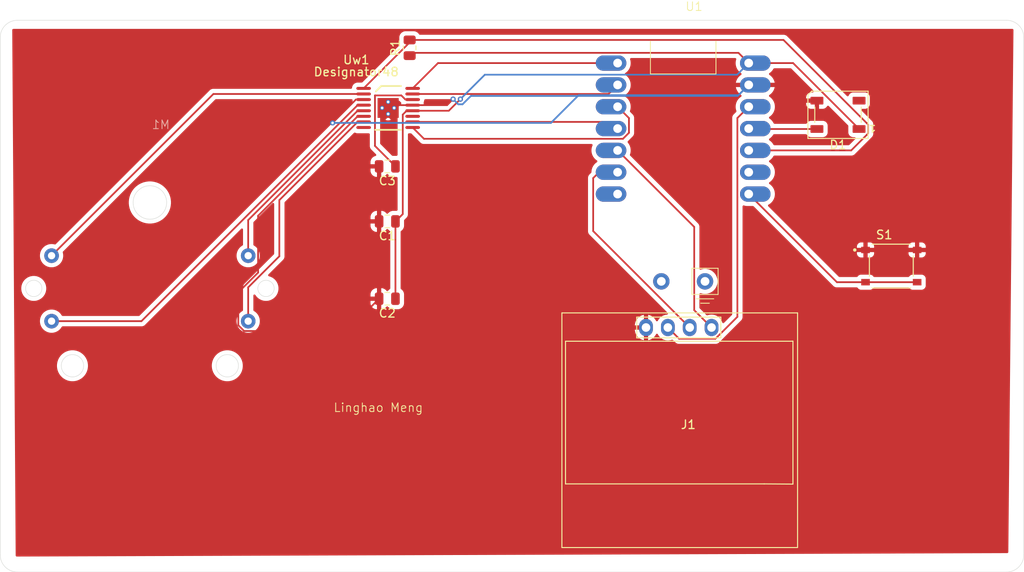
<source format=kicad_pcb>
(kicad_pcb (version 20241229) (generator "pcbnew") (generator_version "9.0")
  (layers (0 "F.Cu" signal) (2 "B.Cu" signal) (13 "F.Paste" user) (15 "B.Paste" user) (5 "F.SilkS" user "F.Silkscreen") (7 "B.SilkS" user "B.Silkscreen") (1 "F.Mask" user) (3 "B.Mask" user) (25 "Edge.Cuts" user))
  (net 0 "")
  (net 1 "/GND")
  (net 2 "/5V")
  (net 3 "Net-(Uw1-VINT)")
  (net 5 "Net-(D1-DIN)")
  (net 6 "Net-(J1-SCL)")
  (net 7 "Net-(J1-SDA)")
  (net 8 "/3V3")
  (net 9 "Net-(M1-Pin_2)")
  (net 10 "Net-(M1-Pin_4)")
  (net 11 "Net-(M1-Pin_3)")
  (net 12 "Net-(M1-Pin_1)")
  (net 13 "Net-(U1-GPIO8_A9_D9_CIPO)")
  (net 15 "Net-(U1-GPIO2_A1_D1)")
  (net 18 "Net-(U1-GPIO4_A3_D3)")
  (net 19 "Net-(U1-GPIO44_D7_RX)")
  (net 20 "Net-(U1-GPIO1_A0_D0)")
  (net 22 "Net-(U1-GPIO3_A2_D2)")
  (footprint "ssd1306:128x64OLED" (layer "F.Cu") (at 165.5 117.75)
    (property "Reference" "J1" (at 1.3 0.7 0) (layer "F.SilkS"))
    (property "Value" "SSD1306")
    (fp_line (start -13.4 -12.3) (end 14 -12.3) (stroke (width 0.12)) (layer "F.SilkS"))
    (fp_line (start -13.4 15) (end -13.4 -12.3) (stroke (width 0.12)) (layer "F.SilkS"))
    (fp_line (start -12.978 -9.005) (end 10.122 -9.005) (stroke (width 0.12)) (layer "F.SilkS"))
    (fp_line (start -12.978 7.595) (end -12.978 -9.005) (stroke (width 0.12)) (layer "F.SilkS"))
    (fp_line (start -4.699 -11.811) (end -4.699 -9.398) (stroke (width 0.12)) (layer "F.SilkS"))
    (fp_line (start -4.699 -11.811) (end 5.08 -11.811) (stroke (width 0.12)) (layer "F.SilkS"))
    (fp_line (start 5.08 -11.811) (end 5.08 -9.398) (stroke (width 0.12)) (layer "F.SilkS"))
    (fp_line (start 5.08 -9.398) (end -4.699 -9.398) (stroke (width 0.12)) (layer "F.SilkS"))
    (fp_line (start 10.122 -9.005) (end 13.208 -9.005) (stroke (width 0.12)) (layer "F.SilkS"))
    (fp_line (start 10.122 7.595) (end -12.978 7.595) (stroke (width 0.12)) (layer "F.SilkS"))
    (fp_line (start 10.122 7.595) (end 13.462 7.62) (stroke (width 0.12)) (layer "F.SilkS"))
    (fp_line (start 13.462 -9.017) (end 13.208 -9.005) (stroke (width 0.12)) (layer "F.SilkS"))
    (fp_line (start 13.462 7.62) (end 13.462 -9.017) (stroke (width 0.12)) (layer "F.SilkS"))
    (fp_line (start 14 -12.3) (end 14 15) (stroke (width 0.12)) (layer "F.SilkS"))
    (fp_line (start 14 15) (end -13.4 15) (stroke (width 0.12)) (layer "F.SilkS"))
    (pad "1" thru_hole oval (at -3.62 -10.6 90) (size 2 1.6) (drill 1) (layers "*.Cu" "*.Mask") (net 1 "/GND"))
    (pad "2" thru_hole oval (at -1.08 -10.6 90) (size 2 1.6) (drill 1) (layers "*.Cu" "*.Mask") (net 8 "/3V3"))
    (pad "3" thru_hole oval (at 1.46 -10.6 90) (size 2 1.6) (drill 1) (layers "*.Cu" "*.Mask") (net 6 "Net-(J1-SCL)"))
    (pad "4" thru_hole oval (at 4 -10.6 90) (size 2 1.6) (drill 1) (layers "*.Cu" "*.Mask") (net 7 "Net-(J1-SDA)"))
  )
  (footprint "DRV8833:PWP0016K_N" (layer "F.Cu") (at 131.899999 81.6)
    (property "Reference" "Uw1" (at -3.699999 -5.6 0) (layer "F.SilkS"))
    (property "Value" "DRV8833CPWPR")
    (fp_line (start -1.5 2.55) (end 1.5 2.55) (stroke (width 0.2)) (layer "F.SilkS"))
    (fp_line (start -1.425001 -1.925) (end -0.800001 -2.55) (stroke (width 0.2)) (layer "F.SilkS"))
    (fp_line (start -0.800001 -2.55) (end 1.5 -2.55) (stroke (width 0.2)) (layer "F.SilkS"))
    (fp_text user "Designator48" (at -3.7084 -4.191 0) (layer "F.SilkS"))
    (pad "1" smd oval (at -2.849997 -2.275002 90) (size 0.349999 1.699999) (layers "F.Cu" "F.Mask" "F.Paste") (net 13 "Net-(U1-GPIO8_A9_D9_CIPO)"))
    (pad "2" smd oval (at -2.849997 -1.625001 90) (size 0.349999 1.699999) (layers "F.Cu" "F.Mask" "F.Paste") (net 12 "Net-(M1-Pin_1)"))
    (pad "3" smd oval (at -2.849997 -0.975002 90) (size 0.349999 1.699999) (layers "F.Cu" "F.Mask" "F.Paste") (net 1 "/GND"))
    (pad "4" smd oval (at -2.849997 -0.325001 90) (size 0.349999 1.699999) (layers "F.Cu" "F.Mask" "F.Paste") (net 9 "Net-(M1-Pin_2)"))
    (pad "5" smd oval (at -2.849997 0.324998 90) (size 0.349999 1.699999) (layers "F.Cu" "F.Mask" "F.Paste") (net 11 "Net-(M1-Pin_3)"))
    (pad "6" smd oval (at -2.849997 0.974999 90) (size 0.349999 1.699999) (layers "F.Cu" "F.Mask" "F.Paste") (net 1 "/GND"))
    (pad "7" smd oval (at -2.849997 1.624998 90) (size 0.349999 1.699999) (layers "F.Cu" "F.Mask" "F.Paste") (net 10 "Net-(M1-Pin_4)"))
    (pad "8" smd oval (at -2.849997 2.274999 90) (size 0.349999 1.699999) (layers "F.Cu" "F.Mask" "F.Paste"))
    (pad "9" smd oval (at 2.850002 2.274999 90) (size 0.349999 1.699999) (layers "F.Cu" "F.Mask" "F.Paste") (net 22 "Net-(U1-GPIO3_A2_D2)"))
    (pad "10" smd oval (at 2.850002 1.624998 90) (size 0.349999 1.699999) (layers "F.Cu" "F.Mask" "F.Paste") (net 18 "Net-(U1-GPIO4_A3_D3)"))
    (pad "11" smd oval (at 2.850002 0.974999 90) (size 0.349999 1.699999) (layers "F.Cu" "F.Mask" "F.Paste"))
    (pad "12" smd oval (at 2.850002 0.324998 90) (size 0.349999 1.699999) (layers "F.Cu" "F.Mask" "F.Paste") (net 2 "/5V"))
    (pad "13" smd oval (at 2.850002 -0.325001 90) (size 0.349999 1.699999) (layers "F.Cu" "F.Mask" "F.Paste") (net 1 "/GND"))
    (pad "14" smd oval (at 2.850002 -0.975002 90) (size 0.349999 1.699999) (layers "F.Cu" "F.Mask" "F.Paste") (net 3 "Net-(Uw1-VINT)"))
    (pad "15" smd oval (at 2.850002 -1.625001 90) (size 0.349999 1.699999) (layers "F.Cu" "F.Mask" "F.Paste") (net 15 "Net-(U1-GPIO2_A1_D1)"))
    (pad "16" smd oval (at 2.850002 -2.275002 90) (size 0.349999 1.699999) (layers "F.Cu" "F.Mask" "F.Paste") (net 20 "Net-(U1-GPIO1_A0_D0)"))
    (pad "17" thru_hole circle (at -0.700001 0) (size 0.499999 0.499999) (drill 0.3) (layers "*.Cu" "*.Mask") (net 1 "/GND"))
    (pad "17" thru_hole circle (at 0 -0.700001) (size 0.499999 0.499999) (drill 0.3) (layers "*.Cu" "*.Mask") (net 1 "/GND"))
    (pad "17" smd rect (at 0 0) (size 2.46 2.31) (layers "F.Cu" "F.Mask" "F.Paste") (net 1 "/GND"))
    (pad "17" thru_hole circle (at 0 0.700001) (size 0.499999 0.499999) (drill 0.3) (layers "*.Cu" "*.Mask") (net 1 "/GND"))
    (pad "17" thru_hole circle (at 0.700001 0) (size 0.499999 0.499999) (drill 0.3) (layers "*.Cu" "*.Mask") (net 1 "/GND"))
  )
  (footprint "Capacitor_SMD:C_0805_2012Metric" (layer "F.Cu") (at 131.8 88.4 180)
    (property "Reference" "C3" (at 0 -1.68 0) (layer "F.SilkS"))
    (property "Value" "2.2uF")
    (fp_line (start -0.261252 0.735) (end 0.261252 0.735) (stroke (width 0.12)) (layer "F.SilkS"))
    (fp_line (start -0.261252 -0.735) (end 0.261252 -0.735) (stroke (width 0.12)) (layer "F.SilkS"))
    (pad "1" smd roundrect (at -0.95 0 180) (size 1 1.45) (layers "F.Cu" "F.Mask" "F.Paste") (net 3 "Net-(Uw1-VINT)"))
    (pad "2" smd roundrect (at 0.95 0 180) (size 1 1.45) (layers "F.Cu" "F.Mask" "F.Paste") (net 1 "/GND"))
  )
  (footprint "LED_SMD:LED_WS2812B_PLCC4_5.0x5.0mm_P3.2mm" (layer "F.Cu") (at 184.2 82.4 180)
    (property "Reference" "D1" (at 0 -3.5 0) (layer "F.SilkS"))
    (property "Value" "WS2812B")
    (fp_line (start 3.5 2.3) (end 3.5 -2.75) (stroke (width 0.12)) (layer "F.SilkS"))
    (fp_line (start 3.05 2.75) (end 3.5 2.3) (stroke (width 0.12)) (layer "F.SilkS"))
    (fp_line (start 2.7 0.9) (end 2.7 -0.9) (stroke (width 0.12)) (layer "F.SilkS"))
    (fp_line (start -2.7 0.9) (end -2.7 -0.9) (stroke (width 0.12)) (layer "F.SilkS"))
    (fp_line (start -3.5 2.75) (end 3.05 2.75) (stroke (width 0.12)) (layer "F.SilkS"))
    (fp_line (start -3.5 -2.75) (end 3.5 -2.75) (stroke (width 0.12)) (layer "F.SilkS"))
    (fp_line (start -3.5 -2.75) (end -3.5 2.75) (stroke (width 0.12)) (layer "F.SilkS"))
    (fp_text user "1" (at -4 -1.6 180) (layer "F.SilkS") (effects (font (size 0.8 0.8))))
    (pad "1" smd roundrect (at -2.45 -1.65 180) (size 1.5 0.9) (layers "F.Cu" "F.Mask" "F.Paste") (roundrect_rratio 0.1) (net 2 "/5V"))
    (pad "2" smd roundrect (at -2.45 1.65 180) (size 1.5 0.9) (layers "F.Cu" "F.Mask" "F.Paste") (roundrect_rratio 0.1))
    (pad "3" smd roundrect (at 2.45 1.65 180) (size 1.5 0.9) (layers "F.Cu" "F.Mask" "F.Paste") (roundrect_rratio 0.1) (net 1 "/GND"))
    (pad "4" smd roundrect (at 2.45 -1.65 180) (size 1.5 0.9) (layers "F.Cu" "F.Mask" "F.Paste") (roundrect_rratio 0.1) (net 5 "Net-(D1-DIN)"))
  )
  (footprint "Resistor_SMD:R_0805_2012Metric" (layer "F.Cu") (at 134.4 74.6 90)
    (property "Reference" "R1" (at 0 -1.65 90) (layer "F.SilkS"))
    (property "Value" "47kΩ")
    (fp_line (start -0.227064 -0.735) (end 0.227064 -0.735) (stroke (width 0.12)) (layer "F.SilkS"))
    (fp_line (start -0.227064 0.735) (end 0.227064 0.735) (stroke (width 0.12)) (layer "F.SilkS"))
    (pad "1" smd roundrect (at -0.9125 0 90) (size 1.025 1.4) (layers "F.Cu" "F.Mask" "F.Paste") (roundrect_rratio 0.243902) (net 2 "/5V"))
    (pad "2" smd roundrect (at 0.9125 0 90) (size 1.025 1.4) (layers "F.Cu" "F.Mask" "F.Paste") (roundrect_rratio 0.243902) (net 13 "Net-(U1-GPIO8_A9_D9_CIPO)"))
  )
  (footprint "Capacitor_SMD:C_0805_2012Metric" (layer "F.Cu") (at 131.8 103.8 180)
    (property "Reference" "C2" (at 0 -1.68 0) (layer "F.SilkS"))
    (property "Value" "10uF")
    (fp_line (start -0.261252 0.735) (end 0.261252 0.735) (stroke (width 0.12)) (layer "F.SilkS"))
    (fp_line (start -0.261252 -0.735) (end 0.261252 -0.735) (stroke (width 0.12)) (layer "F.SilkS"))
    (pad "1" smd roundrect (at -0.95 0 180) (size 1 1.45) (layers "F.Cu" "F.Mask" "F.Paste") (net 2 "/5V"))
    (pad "2" smd roundrect (at 0.95 0 180) (size 1 1.45) (layers "F.Cu" "F.Mask" "F.Paste") (net 1 "/GND"))
  )
  (footprint "TS1187A:SW_TS-1187A-B-A-B" (layer "F.Cu") (at 190.4 100)
    (property "Reference" "S1" (at -0.825 -3.635 0) (layer "F.SilkS"))
    (property "Value" "TS-1187A-B-A-B")
    (fp_line (start -2.55 -1.18) (end -2.55 1.18) (stroke (width 0.127)) (layer "F.SilkS"))
    (fp_line (start 2.25 -2.55) (end -2.25 -2.55) (stroke (width 0.127)) (layer "F.SilkS"))
    (fp_line (start 2.25 2.55) (end -2.25 2.55) (stroke (width 0.127)) (layer "F.SilkS"))
    (fp_line (start 2.55 1.18) (end 2.55 -1.18) (stroke (width 0.127)) (layer "F.SilkS"))
    (fp_circle (center -4.25 -1.875) (end -4.15 -1.875) (stroke (width 0.2)) (fill no) (layer "F.SilkS"))
    (pad "A" smd rect (at -3 -1.875) (size 1 0.75) (layers "F.Cu" "F.Mask" "F.Paste") (net 1 "/GND"))
    (pad "B" smd rect (at 3 -1.875) (size 1 0.75) (layers "F.Cu" "F.Mask" "F.Paste") (net 1 "/GND"))
    (pad "C" smd rect (at -3 1.875) (size 1 0.75) (layers "F.Cu" "F.Mask" "F.Paste") (net 19 "Net-(U1-GPIO44_D7_RX)"))
    (pad "D" smd rect (at 3 1.875) (size 1 0.75) (layers "F.Cu" "F.Mask" "F.Paste") (net 19 "Net-(U1-GPIO44_D7_RX)"))
  )
  (footprint "Capacitor_SMD:C_0805_2012Metric" (layer "F.Cu") (at 131.8 94.8 180)
    (property "Reference" "C1" (at 0 -1.68 0) (layer "F.SilkS"))
    (property "Value" "100nF")
    (fp_line (start -0.261252 0.735) (end 0.261252 0.735) (stroke (width 0.12)) (layer "F.SilkS"))
    (fp_line (start -0.261252 -0.735) (end 0.261252 -0.735) (stroke (width 0.12)) (layer "F.SilkS"))
    (pad "1" smd roundrect (at -0.95 0 180) (size 1 1.45) (layers "F.Cu" "F.Mask" "F.Paste") (net 2 "/5V"))
    (pad "2" smd roundrect (at 0.95 0 180) (size 1 1.45) (layers "F.Cu" "F.Mask" "F.Paste") (net 1 "/GND"))
  )
  (footprint "xiao-esp32-c3:XIAO_ESP32" (layer "F.Cu") (at 166.2 84)
    (property "Reference" "U1" (at 1.27 -14.2 0) (layer "F.SilkS") (effects (font (thickness 0.1))))
    (property "Value" "~")
    (fp_line (start -3.81 -10.16) (end -3.81 -6.35) (stroke (width 0.1)) (layer "F.SilkS"))
    (fp_line (start -3.81 -6.35) (end 3.81 -6.35) (stroke (width 0.1)) (layer "F.SilkS"))
    (fp_line (start 1.016 16.256) (end 4.064 16.256) (stroke (width 0.1)) (layer "F.SilkS"))
    (fp_line (start 1.016 19.304) (end 1.016 16.256) (stroke (width 0.1)) (layer "F.SilkS"))
    (fp_line (start 1.524 19.812) (end 3.556 19.812) (stroke (width 0.1)) (layer "F.SilkS"))
    (fp_line (start 2.032 20.32) (end 3.048 20.32) (stroke (width 0.1)) (layer "F.SilkS"))
    (fp_line (start 3.81 -6.35) (end 3.81 -10.16) (stroke (width 0.1)) (layer "F.SilkS"))
    (fp_line (start 4.064 16.256) (end 4.064 19.304) (stroke (width 0.1)) (layer "F.SilkS"))
    (fp_line (start 4.064 19.304) (end 1.016 19.304) (stroke (width 0.1)) (layer "F.SilkS"))
    (pad "1" thru_hole oval (at -7.62 -7.62) (size 3.556 1.778) (drill 1.016 (offset -0.762 0)) (layers "*.Cu" "*.Mask") (net 20 "Net-(U1-GPIO1_A0_D0)"))
    (pad "2" thru_hole oval (at -7.62 -5.08) (size 3.556 1.778) (drill 1.016 (offset -0.762 0)) (layers "*.Cu" "*.Mask") (net 15 "Net-(U1-GPIO2_A1_D1)"))
    (pad "3" thru_hole oval (at -7.62 -2.54) (size 3.556 1.778) (drill 1.016 (offset -0.762 0)) (layers "*.Cu" "*.Mask") (net 22 "Net-(U1-GPIO3_A2_D2)"))
    (pad "4" thru_hole oval (at -7.62 0) (size 3.556 1.778) (drill 1.016 (offset -0.762 0)) (layers "*.Cu" "*.Mask") (net 18 "Net-(U1-GPIO4_A3_D3)"))
    (pad "5" thru_hole oval (at -7.62 2.54) (size 3.556 1.778) (drill 1.016 (offset -0.762 0)) (layers "*.Cu" "*.Mask") (net 7 "Net-(J1-SDA)"))
    (pad "6" thru_hole oval (at -7.62 5.08) (size 3.556 1.778) (drill 1.016 (offset -0.762 0)) (layers "*.Cu" "*.Mask") (net 6 "Net-(J1-SCL)"))
    (pad "7" thru_hole oval (at -7.62 7.62) (size 3.556 1.778) (drill 1.016 (offset -0.762 0)) (layers "*.Cu" "*.Mask"))
    (pad "8" thru_hole oval (at 7.62 7.62) (size 3.556 1.778) (drill 1.016 (offset 0.762 0)) (layers "*.Cu" "*.Mask") (net 19 "Net-(U1-GPIO44_D7_RX)"))
    (pad "9" thru_hole oval (at 7.62 5.08) (size 3.556 1.778) (drill 1.016 (offset 0.762 0)) (layers "*.Cu" "*.Mask"))
    (pad "10" thru_hole oval (at 7.62 2.54) (size 3.556 1.778) (drill 1.016 (offset 0.762 0)) (layers "*.Cu" "*.Mask") (net 13 "Net-(U1-GPIO8_A9_D9_CIPO)"))
    (pad "11" thru_hole oval (at 7.62 0) (size 3.556 1.778) (drill 1.016 (offset 0.762 0)) (layers "*.Cu" "*.Mask") (net 5 "Net-(D1-DIN)"))
    (pad "12" thru_hole oval (at 7.62 -2.54) (size 3.556 1.778) (drill 1.016 (offset 0.762 0)) (layers "*.Cu" "*.Mask") (net 8 "/3V3"))
    (pad "13" thru_hole oval (at 7.62 -5.08) (size 3.556 1.778) (drill 1.016 (offset 0.762 0)) (layers "*.Cu" "*.Mask") (net 1 "/GND"))
    (pad "14" thru_hole oval (at 7.62 -7.62) (size 3.556 1.778) (drill 1.016 (offset 0.762 0)) (layers "*.Cu" "*.Mask") (net 2 "/5V"))
    (pad "15" thru_hole circle (at -2.54 17.78) (size 1.905 1.905) (drill 1.016) (layers "*.Cu" "*.Mask"))
    (pad "16" thru_hole circle (at 2.54 17.78) (size 1.905 1.905) (drill 1.016) (layers "*.Cu" "*.Mask"))
  )
  (footprint "x27:x27_stepper_two_holes" (layer "B.Cu") (at 101.66 112.76 180)
    (property "Reference" "M1" (at -3.81 29.21 0) (layer "B.SilkS") (effects (font (thickness 0.1)) (justify mirror)))
    (property "Value" "X27.168")
    (fp_circle (center 10.96 10.16) (end 11.91 10.16) (stroke (width 0.05)) (fill no) (layer "Edge.Cuts"))
    (fp_circle (center 6.46 1.16) (end 7.76 1.16) (stroke (width 0.05)) (fill no) (layer "Edge.Cuts"))
    (fp_circle (center -2.54 20.16) (end -0.59 20.16) (stroke (width 0.05)) (fill no) (layer "Edge.Cuts"))
    (fp_circle (center -11.54 1.16) (end -10.24 1.16) (stroke (width 0.05)) (fill no) (layer "Edge.Cuts"))
    (fp_circle (center -16.04 10.16) (end -15.09 10.16) (stroke (width 0.05)) (fill no) (layer "Edge.Cuts"))
    (pad "1" thru_hole circle (at 8.89 13.97 180) (size 1.7 1.7) (drill 0.85) (layers "*.Cu" "*.Mask") (net 12 "Net-(M1-Pin_1)"))
    (pad "2" thru_hole circle (at 8.89 6.35 180) (size 1.7 1.7) (drill 0.85) (layers "*.Cu" "*.Mask") (net 9 "Net-(M1-Pin_2)"))
    (pad "3" thru_hole circle (at -13.97 13.97 180) (size 1.7 1.7) (drill 0.85) (layers "*.Cu" "*.Mask") (net 11 "Net-(M1-Pin_3)"))
    (pad "4" thru_hole circle (at -13.97 6.35 180) (size 1.7 1.7) (drill 0.85) (layers "*.Cu" "*.Mask") (net 10 "Net-(M1-Pin_4)"))
  )
  (gr_line (start 86.8 133.6) (end 86.8 73.4) (stroke (width 0.05)) (layer "Edge.Cuts"))
  (gr_arc (start 88.8 135.6) (mid 87.385786 135.014214) (end 86.8 133.6) (stroke (width 0.05)) (layer "Edge.Cuts"))
  (gr_arc (start 205.8 133.6) (mid 205.214214 135.014214) (end 203.8 135.6) (stroke (width 0.05)) (layer "Edge.Cuts"))
  (gr_line (start 203.8 135.6) (end 88.8 135.6) (stroke (width 0.05)) (layer "Edge.Cuts"))
  (gr_line (start 205.8 73.4) (end 205.8 133.6) (stroke (width 0.05)) (layer "Edge.Cuts"))
  (gr_line (start 88.8 71.4) (end 203.8 71.4) (stroke (width 0.05)) (layer "Edge.Cuts"))
  (gr_arc (start 203.8 71.4) (mid 205.214214 71.985786) (end 205.8 73.4) (stroke (width 0.05)) (layer "Edge.Cuts"))
  (gr_arc (start 86.8 73.4) (mid 87.385786 71.985786) (end 88.8 71.4) (stroke (width 0.05)) (layer "Edge.Cuts"))
  (gr_text "Linghao Meng" (at 125.5 117.0515 0) (layer "F.SilkS") (effects (font (size 1 1) (thickness 0.1)) (justify left bottom)))
  (segment (start 129.050002 80.624998) (end 128.153306 80.624998) (width 0.2) (layer "F.Cu") (net 1))
  (segment (start 132.925001 81.274999) (end 134.750001 81.274999) (width 0.2) (layer "F.Cu") (net 1))
  (segment (start 114.479 103.060454) (end 114.479 106.88676) (width 0.2) (layer "F.Cu") (net 1))
  (segment (start 116.781 94.145834) (end 116.781 100.758454) (width 0.2) (layer "F.Cu") (net 1))
  (segment (start 132.6 81.6) (end 132.925001 81.274999) (width 0.2) (layer "F.Cu") (net 1))
  (segment (start 115.15324 107.561) (end 127.089 107.561) (width 0.2) (layer "F.Cu") (net 1))
  (segment (start 134.750001 81.274999) (end 138.751473 81.274999) (width 0.2) (layer "F.Cu") (net 1))
  (segment (start 114.479 106.88676) (end 115.15324 107.561) (width 0.2) (layer "F.Cu") (net 1))
  (segment (start 129.050002 82.574999) (end 128.351835 82.574999) (width 0.2) (layer "F.Cu") (net 1))
  (segment (start 116.781 100.758454) (end 114.479 103.060454) (width 0.2) (layer "F.Cu") (net 1))
  (segment (start 127.089 107.561) (end 130.85 103.8) (width 0.2) (layer "F.Cu") (net 1))
  (segment (start 128.351835 82.574999) (end 116.781 94.145834) (width 0.2) (layer "F.Cu") (net 1))
  (segment (start 138.751473 81.274999) (end 139.451473 80.574999) (width 0.2) (layer "F.Cu") (net 1))
  (segment (start 175.92 78.92) (end 173.82 78.92) (width 0.2) (layer "F.Cu") (net 1))
  (segment (start 128.153306 80.624998) (end 125.439152 83.339152) (width 0.2) (layer "F.Cu") (net 1))
  (via (at 139.451473 80.574999) (size 0.6) (drill 0.3) (layers "F.Cu" "B.Cu") (net 1))
  (via (at 125.439152 83.339152) (size 0.6) (drill 0.3) (layers "F.Cu" "B.Cu") (net 1))
  (segment (start 150.826934 83.339152) (end 154.056086 80.11) (width 0.2) (layer "B.Cu") (net 1))
  (segment (start 140.548943 81.175999) (end 141.524942 80.2) (width 0.2) (layer "B.Cu") (net 1))
  (segment (start 172.63 80.11) (end 173.82 78.92) (width 0.2) (layer "B.Cu") (net 1))
  (segment (start 141.524942 80.2) (end 172.54 80.2) (width 0.2) (layer "B.Cu") (net 1))
  (segment (start 172.54 80.2) (end 173.82 78.92) (width 0.2) (layer "B.Cu") (net 1))
  (segment (start 154.056086 80.11) (end 172.63 80.11) (width 0.2) (layer "B.Cu") (net 1))
  (segment (start 140.052473 81.175999) (end 140.548943 81.175999) (width 0.2) (layer "B.Cu") (net 1))
  (segment (start 125.439152 83.339152) (end 150.826934 83.339152) (width 0.2) (layer "B.Cu") (net 1))
  (segment (start 139.451473 80.574999) (end 140.052473 81.175999) (width 0.2) (layer "B.Cu") (net 1))
  (segment (start 133.599001 93.950999) (end 133.599001 82.377833) (width 0.2) (layer "F.Cu") (net 2))
  (segment (start 172.63 75.19) (end 173.82 76.38) (width 0.2) (layer "F.Cu") (net 2))
  (segment (start 133.599001 82.377833) (end 134.051836 81.924998) (width 0.2) (layer "F.Cu") (net 2))
  (segment (start 132.75 103.8) (end 132.75 94.8) (width 0.2) (layer "F.Cu") (net 2))
  (segment (start 134.051836 81.924998) (end 134.750001 81.924998) (width 0.2) (layer "F.Cu") (net 2))
  (segment (start 134.4 75.5125) (end 134.7225 75.19) (width 0.2) (layer "F.Cu") (net 2))
  (segment (start 178.98 76.38) (end 186.65 84.05) (width 0.2) (layer "F.Cu") (net 2))
  (segment (start 134.750001 81.924998) (end 138.950001 81.924998) (width 0.2) (layer "F.Cu") (net 2))
  (segment (start 134.7225 75.19) (end 172.63 75.19) (width 0.2) (layer "F.Cu") (net 2))
  (segment (start 132.75 94.8) (end 133.599001 93.950999) (width 0.2) (layer "F.Cu") (net 2))
  (segment (start 138.950001 81.924998) (end 140.3 80.574999) (width 0.2) (layer "F.Cu") (net 2))
  (segment (start 173.82 76.38) (end 178.98 76.38) (width 0.2) (layer "F.Cu") (net 2))
  (via (at 140.3 80.574999) (size 0.6) (drill 0.3) (layers "F.Cu" "B.Cu") (net 2))
  (segment (start 172.47 77.73) (end 173.82 76.38) (width 0.2) (layer "B.Cu") (net 2))
  (segment (start 140.3 80.574999) (end 143.144999 77.73) (width 0.2) (layer "B.Cu") (net 2))
  (segment (start 143.144999 77.73) (end 172.47 77.73) (width 0.2) (layer "B.Cu") (net 2))
  (segment (start 133.430999 80.144) (end 130.368999 80.144) (width 0.2) (layer "F.Cu") (net 3))
  (segment (start 133.911997 80.624998) (end 133.430999 80.144) (width 0.2) (layer "F.Cu") (net 3))
  (segment (start 134.750001 80.624998) (end 133.911997 80.624998) (width 0.2) (layer "F.Cu") (net 3))
  (segment (start 130.368999 86.018999) (end 132.75 88.4) (width 0.2) (layer "F.Cu") (net 3))
  (segment (start 130.368999 80.144) (end 130.368999 86.018999) (width 0.2) (layer "F.Cu") (net 3))
  (segment (start 173.87 84.05) (end 173.82 84) (width 0.2) (layer "F.Cu") (net 5))
  (segment (start 181.75 84.05) (end 173.87 84.05) (width 0.2) (layer "F.Cu") (net 5))
  (segment (start 156.42 89.08) (end 158.58 89.08) (width 0.2) (layer "F.Cu") (net 6))
  (segment (start 166.96 107.15) (end 155.739 95.929) (width 0.2) (layer "F.Cu") (net 6))
  (segment (start 155.739 95.929) (end 155.739 89.761) (width 0.2) (layer "F.Cu") (net 6))
  (segment (start 155.739 89.761) (end 156.42 89.08) (width 0.2) (layer "F.Cu") (net 6))
  (segment (start 167.4865 95.4465) (end 158.58 86.54) (width 0.2) (layer "F.Cu") (net 7))
  (segment (start 169.5 107.15) (end 167.4865 105.1365) (width 0.2) (layer "F.Cu") (net 7))
  (segment (start 167.4865 105.1365) (end 167.4865 95.4465) (width 0.2) (layer "F.Cu") (net 7))
  (segment (start 169.956049 108.451) (end 172.503 105.904049) (width 0.2) (layer "F.Cu") (net 8))
  (segment (start 172.503 105.904049) (end 172.503 82.777) (width 0.2) (layer "F.Cu") (net 8))
  (segment (start 172.503 82.777) (end 173.82 81.46) (width 0.2) (layer "F.Cu") (net 8))
  (segment (start 164.42 107.15) (end 165.721 108.451) (width 0.2) (layer "F.Cu") (net 8))
  (segment (start 165.721 108.451) (end 169.956049 108.451) (width 0.2) (layer "F.Cu") (net 8))
  (segment (start 128.351835 81.274999) (end 103.216834 106.41) (width 0.2) (layer "F.Cu") (net 9))
  (segment (start 103.216834 106.41) (end 92.77 106.41) (width 0.2) (layer "F.Cu") (net 9))
  (segment (start 129.050002 81.274999) (end 128.351835 81.274999) (width 0.2) (layer "F.Cu") (net 9))
  (segment (start 129.050002 83.224998) (end 128.351837 83.224998) (width 0.2) (layer "F.Cu") (net 10))
  (segment (start 119.251 98.855554) (end 115.63 102.476554) (width 0.2) (layer "F.Cu") (net 10))
  (segment (start 128.351837 83.224998) (end 119.251 92.325835) (width 0.2) (layer "F.Cu") (net 10))
  (segment (start 119.251 92.325835) (end 119.251 98.855554) (width 0.2) (layer "F.Cu") (net 10))
  (segment (start 115.63 102.476554) (end 115.63 106.41) (width 0.2) (layer "F.Cu") (net 10))
  (segment (start 115.63 94.646835) (end 115.63 98.79) (width 0.2) (layer "F.Cu") (net 11))
  (segment (start 128.351837 81.924998) (end 115.63 94.646835) (width 0.2) (layer "F.Cu") (net 11))
  (segment (start 129.050002 81.924998) (end 128.351837 81.924998) (width 0.2) (layer "F.Cu") (net 11))
  (segment (start 111.585001 79.974999) (end 92.77 98.79) (width 0.2) (layer "F.Cu") (net 12))
  (segment (start 129.050002 79.974999) (end 111.585001 79.974999) (width 0.2) (layer "F.Cu") (net 12))
  (segment (start 134.4 73.975) (end 129.050002 79.324998) (width 0.2) (layer "F.Cu") (net 13))
  (segment (start 187.701 83.525548) (end 187.701 84.574452) (width 0.2) (layer "F.Cu") (net 13))
  (segment (start 134.4 73.6875) (end 134.4 73.975) (width 0.2) (layer "F.Cu") (net 13))
  (segment (start 134.4 73.6875) (end 177.862952 73.6875) (width 0.2) (layer "F.Cu") (net 13))
  (segment (start 187.701 84.574452) (end 185.735452 86.54) (width 0.2) (layer "F.Cu") (net 13))
  (segment (start 177.862952 73.6875) (end 187.701 83.525548) (width 0.2) (layer "F.Cu") (net 13))
  (segment (start 185.735452 86.54) (end 173.82 86.54) (width 0.2) (layer "F.Cu") (net 13))
  (segment (start 134.750001 79.974999) (end 157.525001 79.974999) (width 0.2) (layer "F.Cu") (net 15))
  (segment (start 157.525001 79.974999) (end 158.58 78.92) (width 0.2) (layer "F.Cu") (net 15))
  (segment (start 134.750001 83.224998) (end 157.804998 83.224998) (width 0.2) (layer "F.Cu") (net 18))
  (segment (start 157.804998 83.224998) (end 158.58 84) (width 0.2) (layer "F.Cu") (net 18))
  (segment (start 187.4 101.875) (end 184.075 101.875) (width 0.2) (layer "F.Cu") (net 19))
  (segment (start 193.4 101.875) (end 187.4 101.875) (width 0.2) (layer "F.Cu") (net 19))
  (segment (start 184.075 101.875) (end 173.82 91.62) (width 0.2) (layer "F.Cu") (net 19))
  (segment (start 134.750001 79.324998) (end 137.694999 76.38) (width 0.2) (layer "F.Cu") (net 20))
  (segment (start 137.694999 76.38) (end 158.58 76.38) (width 0.2) (layer "F.Cu") (net 20))
  (segment (start 159.897 82.777) (end 159.897 84.492914) (width 0.2) (layer "F.Cu") (net 22))
  (segment (start 136.065002 85.19) (end 134.750001 83.874999) (width 0.2) (layer "F.Cu") (net 22))
  (segment (start 159.199914 85.19) (end 136.065002 85.19) (width 0.2) (layer "F.Cu") (net 22))
  (segment (start 158.58 81.46) (end 159.897 82.777) (width 0.2) (layer "F.Cu") (net 22))
  (segment (start 159.897 84.492914) (end 159.199914 85.19) (width 0.2) (layer "F.Cu") (net 22))
  (zone (net 1) (net_name "/GND") (layer "F.Cu") (connect_pads (clearance 0.5)) (min_thickness 0.25) (fill yes (thermal_gap 0.5) (thermal_bridge_width 0.5))
    (polygon (pts (xy 88.2 72.8) (xy 88.6 133.8) (xy 204 133.4) (xy 204.6 72.4) (xy 88.2 72.4) (xy 88.2 73)))
  )
)
</source>
